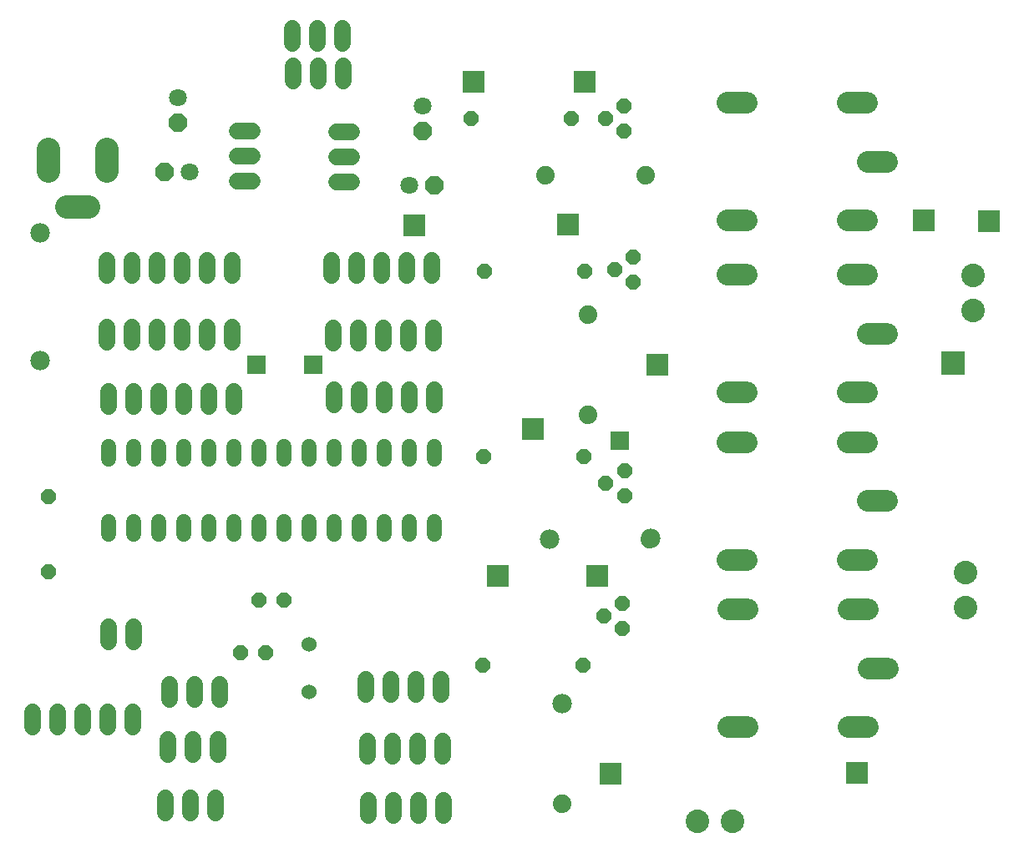
<source format=gts>
G75*
%MOIN*%
%OFA0B0*%
%FSLAX25Y25*%
%IPPOS*%
%LPD*%
%AMOC8*
5,1,8,0,0,1.08239X$1,22.5*
%
%ADD10OC8,0.06000*%
%ADD11C,0.06000*%
%ADD12C,0.06000*%
%ADD13C,0.09400*%
%ADD14C,0.06800*%
%ADD15OC8,0.07100*%
%ADD16C,0.07100*%
%ADD17C,0.08600*%
%ADD18C,0.07400*%
%ADD19C,0.09400*%
%ADD20R,0.07343X0.07343*%
%ADD21R,0.08843X0.08843*%
%ADD22C,0.07800*%
%ADD23R,0.09554X0.09554*%
D10*
X0120670Y0097671D03*
X0130670Y0097671D03*
X0127926Y0118641D03*
X0137926Y0118641D03*
X0217092Y0092630D03*
X0257092Y0092630D03*
X0272900Y0107320D03*
X0265400Y0112320D03*
X0272900Y0117320D03*
X0273704Y0160230D03*
X0266204Y0165230D03*
X0273704Y0170230D03*
X0257695Y0175979D03*
X0217695Y0175979D03*
X0277313Y0245685D03*
X0269813Y0250685D03*
X0277313Y0255685D03*
X0257838Y0250070D03*
X0217838Y0250070D03*
X0273627Y0305940D03*
X0266127Y0310940D03*
X0273627Y0315940D03*
X0252522Y0310934D03*
X0212522Y0310934D03*
X0044035Y0160068D03*
X0044035Y0130068D03*
D11*
X0067785Y0144968D02*
X0067785Y0150168D01*
X0077785Y0150168D02*
X0077785Y0144968D01*
X0087785Y0144968D02*
X0087785Y0150168D01*
X0097785Y0150168D02*
X0097785Y0144968D01*
X0107785Y0144968D02*
X0107785Y0150168D01*
X0117785Y0150168D02*
X0117785Y0144968D01*
X0127785Y0144968D02*
X0127785Y0150168D01*
X0137785Y0150168D02*
X0137785Y0144968D01*
X0147785Y0144968D02*
X0147785Y0150168D01*
X0157785Y0150168D02*
X0157785Y0144968D01*
X0167785Y0144968D02*
X0167785Y0150168D01*
X0177785Y0150168D02*
X0177785Y0144968D01*
X0187785Y0144968D02*
X0187785Y0150168D01*
X0197785Y0150168D02*
X0197785Y0144968D01*
X0197785Y0174968D02*
X0197785Y0180168D01*
X0187785Y0180168D02*
X0187785Y0174968D01*
X0177785Y0174968D02*
X0177785Y0180168D01*
X0167785Y0180168D02*
X0167785Y0174968D01*
X0157785Y0174968D02*
X0157785Y0180168D01*
X0147785Y0180168D02*
X0147785Y0174968D01*
X0137785Y0174968D02*
X0137785Y0180168D01*
X0127785Y0180168D02*
X0127785Y0174968D01*
X0117785Y0174968D02*
X0117785Y0180168D01*
X0107785Y0180168D02*
X0107785Y0174968D01*
X0097785Y0174968D02*
X0097785Y0180168D01*
X0087785Y0180168D02*
X0087785Y0174968D01*
X0077785Y0174968D02*
X0077785Y0180168D01*
X0067785Y0180168D02*
X0067785Y0174968D01*
D12*
X0147928Y0101020D03*
X0147928Y0082020D03*
D13*
X0059832Y0275524D02*
X0051232Y0275524D01*
X0043721Y0290121D02*
X0043721Y0298721D01*
X0067343Y0298721D02*
X0067343Y0290121D01*
D14*
X0037670Y0074048D02*
X0037670Y0068048D01*
X0047670Y0068048D02*
X0047670Y0074048D01*
X0057670Y0074048D02*
X0057670Y0068048D01*
X0067670Y0068048D02*
X0067670Y0074048D01*
X0077670Y0074048D02*
X0077670Y0068048D01*
X0091494Y0063121D02*
X0091494Y0057121D01*
X0101494Y0057121D02*
X0101494Y0063121D01*
X0111494Y0063121D02*
X0111494Y0057121D01*
X0110591Y0039660D02*
X0110591Y0033660D01*
X0100591Y0033660D02*
X0100591Y0039660D01*
X0090591Y0039660D02*
X0090591Y0033660D01*
X0092269Y0079141D02*
X0092269Y0085141D01*
X0102269Y0085141D02*
X0102269Y0079141D01*
X0112269Y0079141D02*
X0112269Y0085141D01*
X0077820Y0102132D02*
X0077820Y0108132D01*
X0067820Y0108132D02*
X0067820Y0102132D01*
X0170572Y0087057D02*
X0170572Y0081057D01*
X0180572Y0081057D02*
X0180572Y0087057D01*
X0190572Y0087057D02*
X0190572Y0081057D01*
X0200572Y0081057D02*
X0200572Y0087057D01*
X0201139Y0062301D02*
X0201139Y0056301D01*
X0191139Y0056301D02*
X0191139Y0062301D01*
X0181139Y0062301D02*
X0181139Y0056301D01*
X0171139Y0056301D02*
X0171139Y0062301D01*
X0171630Y0038523D02*
X0171630Y0032523D01*
X0181630Y0032523D02*
X0181630Y0038523D01*
X0191630Y0038523D02*
X0191630Y0032523D01*
X0201630Y0032523D02*
X0201630Y0038523D01*
X0197722Y0196561D02*
X0197722Y0202561D01*
X0187722Y0202561D02*
X0187722Y0196561D01*
X0177722Y0196561D02*
X0177722Y0202561D01*
X0167722Y0202561D02*
X0167722Y0196561D01*
X0157722Y0196561D02*
X0157722Y0202561D01*
X0157402Y0221491D02*
X0157402Y0227491D01*
X0167402Y0227491D02*
X0167402Y0221491D01*
X0177402Y0221491D02*
X0177402Y0227491D01*
X0187402Y0227491D02*
X0187402Y0221491D01*
X0197402Y0221491D02*
X0197402Y0227491D01*
X0196778Y0248384D02*
X0196778Y0254384D01*
X0186778Y0254384D02*
X0186778Y0248384D01*
X0176778Y0248384D02*
X0176778Y0254384D01*
X0166778Y0254384D02*
X0166778Y0248384D01*
X0156778Y0248384D02*
X0156778Y0254384D01*
X0158747Y0285588D02*
X0164747Y0285588D01*
X0164747Y0295588D02*
X0158747Y0295588D01*
X0158747Y0305588D02*
X0164747Y0305588D01*
X0161557Y0326109D02*
X0161557Y0332109D01*
X0151557Y0332109D02*
X0151557Y0326109D01*
X0141557Y0326109D02*
X0141557Y0332109D01*
X0141282Y0340997D02*
X0141282Y0346997D01*
X0151282Y0346997D02*
X0151282Y0340997D01*
X0161282Y0340997D02*
X0161282Y0346997D01*
X0125261Y0306110D02*
X0119261Y0306110D01*
X0119261Y0296110D02*
X0125261Y0296110D01*
X0125261Y0286110D02*
X0119261Y0286110D01*
X0117335Y0254254D02*
X0117335Y0248254D01*
X0107335Y0248254D02*
X0107335Y0254254D01*
X0097335Y0254254D02*
X0097335Y0248254D01*
X0087335Y0248254D02*
X0087335Y0254254D01*
X0077335Y0254254D02*
X0077335Y0248254D01*
X0067335Y0248254D02*
X0067335Y0254254D01*
X0067243Y0227644D02*
X0067243Y0221644D01*
X0077243Y0221644D02*
X0077243Y0227644D01*
X0087243Y0227644D02*
X0087243Y0221644D01*
X0097243Y0221644D02*
X0097243Y0227644D01*
X0107243Y0227644D02*
X0107243Y0221644D01*
X0117243Y0221644D02*
X0117243Y0227644D01*
X0117770Y0202038D02*
X0117770Y0196038D01*
X0107770Y0196038D02*
X0107770Y0202038D01*
X0097770Y0202038D02*
X0097770Y0196038D01*
X0087770Y0196038D02*
X0087770Y0202038D01*
X0077770Y0202038D02*
X0077770Y0196038D01*
X0067770Y0196038D02*
X0067770Y0202038D01*
D15*
X0090055Y0289622D03*
X0095609Y0309424D03*
X0193321Y0305928D03*
X0197823Y0284363D03*
D16*
X0187823Y0284363D03*
X0193321Y0315928D03*
X0100055Y0289622D03*
X0095609Y0319424D03*
D17*
X0314887Y0317341D02*
X0322687Y0317341D01*
X0362887Y0317341D02*
X0370687Y0317341D01*
X0370887Y0293841D02*
X0378687Y0293841D01*
X0370687Y0270341D02*
X0362887Y0270341D01*
X0362785Y0248614D02*
X0370585Y0248614D01*
X0370785Y0225114D02*
X0378585Y0225114D01*
X0370585Y0201614D02*
X0362785Y0201614D01*
X0362868Y0181812D02*
X0370668Y0181812D01*
X0370868Y0158312D02*
X0378668Y0158312D01*
X0370668Y0134812D02*
X0362868Y0134812D01*
X0363105Y0114874D02*
X0370905Y0114874D01*
X0371105Y0091374D02*
X0378905Y0091374D01*
X0370905Y0067874D02*
X0363105Y0067874D01*
X0322905Y0067874D02*
X0315105Y0067874D01*
X0315105Y0114874D02*
X0322905Y0114874D01*
X0322668Y0134812D02*
X0314868Y0134812D01*
X0314868Y0181812D02*
X0322668Y0181812D01*
X0322585Y0201614D02*
X0314785Y0201614D01*
X0314785Y0248614D02*
X0322585Y0248614D01*
X0322687Y0270341D02*
X0314887Y0270341D01*
D18*
X0282245Y0288367D03*
X0242245Y0288367D03*
X0259304Y0232702D03*
X0259304Y0192702D03*
X0244024Y0143184D03*
X0284024Y0143184D03*
X0248847Y0077282D03*
X0248847Y0037282D03*
D19*
X0303000Y0030504D03*
X0316780Y0030504D03*
X0409971Y0115755D03*
X0409971Y0129535D03*
X0412934Y0234490D03*
X0412934Y0248269D03*
D20*
X0271934Y0182481D03*
X0149459Y0212643D03*
X0126968Y0212631D03*
D21*
X0189841Y0268339D03*
X0251275Y0268543D03*
X0257992Y0325726D03*
X0213568Y0325644D03*
X0286808Y0212785D03*
X0237294Y0186863D03*
X0223155Y0128295D03*
X0262922Y0128378D03*
X0268312Y0049458D03*
X0366483Y0049741D03*
X0393298Y0270310D03*
X0419104Y0270071D03*
D22*
X0284067Y0143251D03*
X0243943Y0143175D03*
X0248861Y0077317D03*
X0040597Y0214491D03*
X0040615Y0265275D03*
D23*
X0404797Y0213415D03*
M02*

</source>
